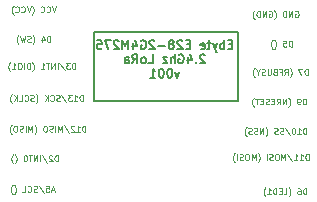
<source format=gbr>
%TF.GenerationSoftware,KiCad,Pcbnew,6.0.5-a6ca702e91~116~ubuntu20.04.1*%
%TF.CreationDate,2022-05-07T22:14:54-05:00*%
%TF.ProjectId,Ebyte_E28-2G4M27S_2_4GHz_LoRa_v001,45627974-655f-4453-9238-2d3247344d32,rev?*%
%TF.SameCoordinates,Original*%
%TF.FileFunction,Legend,Bot*%
%TF.FilePolarity,Positive*%
%FSLAX46Y46*%
G04 Gerber Fmt 4.6, Leading zero omitted, Abs format (unit mm)*
G04 Created by KiCad (PCBNEW 6.0.5-a6ca702e91~116~ubuntu20.04.1) date 2022-05-07 22:14:54*
%MOMM*%
%LPD*%
G01*
G04 APERTURE LIST*
%ADD10C,0.150000*%
%ADD11C,0.187500*%
%ADD12C,0.125000*%
G04 APERTURE END LIST*
D10*
X148200000Y-80300000D02*
X160400000Y-80300000D01*
X160400000Y-80300000D02*
X160400000Y-86100000D01*
X160400000Y-86100000D02*
X148200000Y-86100000D01*
X148200000Y-86100000D02*
X148200000Y-80300000D01*
D11*
X159914285Y-81338928D02*
X159664285Y-81338928D01*
X159557142Y-81731785D02*
X159914285Y-81731785D01*
X159914285Y-80981785D01*
X159557142Y-80981785D01*
X159235714Y-81731785D02*
X159235714Y-80981785D01*
X159235714Y-81267500D02*
X159164285Y-81231785D01*
X159021428Y-81231785D01*
X158950000Y-81267500D01*
X158914285Y-81303214D01*
X158878571Y-81374642D01*
X158878571Y-81588928D01*
X158914285Y-81660357D01*
X158950000Y-81696071D01*
X159021428Y-81731785D01*
X159164285Y-81731785D01*
X159235714Y-81696071D01*
X158628571Y-81231785D02*
X158450000Y-81731785D01*
X158271428Y-81231785D02*
X158450000Y-81731785D01*
X158521428Y-81910357D01*
X158557142Y-81946071D01*
X158628571Y-81981785D01*
X158092857Y-81231785D02*
X157807142Y-81231785D01*
X157985714Y-80981785D02*
X157985714Y-81624642D01*
X157950000Y-81696071D01*
X157878571Y-81731785D01*
X157807142Y-81731785D01*
X157271428Y-81696071D02*
X157342857Y-81731785D01*
X157485714Y-81731785D01*
X157557142Y-81696071D01*
X157592857Y-81624642D01*
X157592857Y-81338928D01*
X157557142Y-81267500D01*
X157485714Y-81231785D01*
X157342857Y-81231785D01*
X157271428Y-81267500D01*
X157235714Y-81338928D01*
X157235714Y-81410357D01*
X157592857Y-81481785D01*
X156342857Y-81338928D02*
X156092857Y-81338928D01*
X155985714Y-81731785D02*
X156342857Y-81731785D01*
X156342857Y-80981785D01*
X155985714Y-80981785D01*
X155700000Y-81053214D02*
X155664285Y-81017500D01*
X155592857Y-80981785D01*
X155414285Y-80981785D01*
X155342857Y-81017500D01*
X155307142Y-81053214D01*
X155271428Y-81124642D01*
X155271428Y-81196071D01*
X155307142Y-81303214D01*
X155735714Y-81731785D01*
X155271428Y-81731785D01*
X154842857Y-81303214D02*
X154914285Y-81267500D01*
X154950000Y-81231785D01*
X154985714Y-81160357D01*
X154985714Y-81124642D01*
X154950000Y-81053214D01*
X154914285Y-81017500D01*
X154842857Y-80981785D01*
X154700000Y-80981785D01*
X154628571Y-81017500D01*
X154592857Y-81053214D01*
X154557142Y-81124642D01*
X154557142Y-81160357D01*
X154592857Y-81231785D01*
X154628571Y-81267500D01*
X154700000Y-81303214D01*
X154842857Y-81303214D01*
X154914285Y-81338928D01*
X154950000Y-81374642D01*
X154985714Y-81446071D01*
X154985714Y-81588928D01*
X154950000Y-81660357D01*
X154914285Y-81696071D01*
X154842857Y-81731785D01*
X154700000Y-81731785D01*
X154628571Y-81696071D01*
X154592857Y-81660357D01*
X154557142Y-81588928D01*
X154557142Y-81446071D01*
X154592857Y-81374642D01*
X154628571Y-81338928D01*
X154700000Y-81303214D01*
X154235714Y-81446071D02*
X153664285Y-81446071D01*
X153342857Y-81053214D02*
X153307142Y-81017500D01*
X153235714Y-80981785D01*
X153057142Y-80981785D01*
X152985714Y-81017500D01*
X152950000Y-81053214D01*
X152914285Y-81124642D01*
X152914285Y-81196071D01*
X152950000Y-81303214D01*
X153378571Y-81731785D01*
X152914285Y-81731785D01*
X152200000Y-81017500D02*
X152271428Y-80981785D01*
X152378571Y-80981785D01*
X152485714Y-81017500D01*
X152557142Y-81088928D01*
X152592857Y-81160357D01*
X152628571Y-81303214D01*
X152628571Y-81410357D01*
X152592857Y-81553214D01*
X152557142Y-81624642D01*
X152485714Y-81696071D01*
X152378571Y-81731785D01*
X152307142Y-81731785D01*
X152200000Y-81696071D01*
X152164285Y-81660357D01*
X152164285Y-81410357D01*
X152307142Y-81410357D01*
X151521428Y-81231785D02*
X151521428Y-81731785D01*
X151700000Y-80946071D02*
X151878571Y-81481785D01*
X151414285Y-81481785D01*
X151128571Y-81731785D02*
X151128571Y-80981785D01*
X150878571Y-81517500D01*
X150628571Y-80981785D01*
X150628571Y-81731785D01*
X150307142Y-81053214D02*
X150271428Y-81017500D01*
X150200000Y-80981785D01*
X150021428Y-80981785D01*
X149950000Y-81017500D01*
X149914285Y-81053214D01*
X149878571Y-81124642D01*
X149878571Y-81196071D01*
X149914285Y-81303214D01*
X150342857Y-81731785D01*
X149878571Y-81731785D01*
X149628571Y-80981785D02*
X149128571Y-80981785D01*
X149450000Y-81731785D01*
X148485714Y-80981785D02*
X148842857Y-80981785D01*
X148878571Y-81338928D01*
X148842857Y-81303214D01*
X148771428Y-81267500D01*
X148592857Y-81267500D01*
X148521428Y-81303214D01*
X148485714Y-81338928D01*
X148450000Y-81410357D01*
X148450000Y-81588928D01*
X148485714Y-81660357D01*
X148521428Y-81696071D01*
X148592857Y-81731785D01*
X148771428Y-81731785D01*
X148842857Y-81696071D01*
X148878571Y-81660357D01*
X157610714Y-82260714D02*
X157575000Y-82225000D01*
X157503571Y-82189285D01*
X157325000Y-82189285D01*
X157253571Y-82225000D01*
X157217857Y-82260714D01*
X157182142Y-82332142D01*
X157182142Y-82403571D01*
X157217857Y-82510714D01*
X157646428Y-82939285D01*
X157182142Y-82939285D01*
X156860714Y-82867857D02*
X156825000Y-82903571D01*
X156860714Y-82939285D01*
X156896428Y-82903571D01*
X156860714Y-82867857D01*
X156860714Y-82939285D01*
X156182142Y-82439285D02*
X156182142Y-82939285D01*
X156360714Y-82153571D02*
X156539285Y-82689285D01*
X156075000Y-82689285D01*
X155396428Y-82225000D02*
X155467857Y-82189285D01*
X155575000Y-82189285D01*
X155682142Y-82225000D01*
X155753571Y-82296428D01*
X155789285Y-82367857D01*
X155825000Y-82510714D01*
X155825000Y-82617857D01*
X155789285Y-82760714D01*
X155753571Y-82832142D01*
X155682142Y-82903571D01*
X155575000Y-82939285D01*
X155503571Y-82939285D01*
X155396428Y-82903571D01*
X155360714Y-82867857D01*
X155360714Y-82617857D01*
X155503571Y-82617857D01*
X155039285Y-82939285D02*
X155039285Y-82189285D01*
X154717857Y-82939285D02*
X154717857Y-82546428D01*
X154753571Y-82475000D01*
X154825000Y-82439285D01*
X154932142Y-82439285D01*
X155003571Y-82475000D01*
X155039285Y-82510714D01*
X154432142Y-82439285D02*
X154039285Y-82439285D01*
X154432142Y-82939285D01*
X154039285Y-82939285D01*
X152825000Y-82939285D02*
X153182142Y-82939285D01*
X153182142Y-82189285D01*
X152467857Y-82939285D02*
X152539285Y-82903571D01*
X152575000Y-82867857D01*
X152610714Y-82796428D01*
X152610714Y-82582142D01*
X152575000Y-82510714D01*
X152539285Y-82475000D01*
X152467857Y-82439285D01*
X152360714Y-82439285D01*
X152289285Y-82475000D01*
X152253571Y-82510714D01*
X152217857Y-82582142D01*
X152217857Y-82796428D01*
X152253571Y-82867857D01*
X152289285Y-82903571D01*
X152360714Y-82939285D01*
X152467857Y-82939285D01*
X151467857Y-82939285D02*
X151717857Y-82582142D01*
X151896428Y-82939285D02*
X151896428Y-82189285D01*
X151610714Y-82189285D01*
X151539285Y-82225000D01*
X151503571Y-82260714D01*
X151467857Y-82332142D01*
X151467857Y-82439285D01*
X151503571Y-82510714D01*
X151539285Y-82546428D01*
X151610714Y-82582142D01*
X151896428Y-82582142D01*
X150825000Y-82939285D02*
X150825000Y-82546428D01*
X150860714Y-82475000D01*
X150932142Y-82439285D01*
X151075000Y-82439285D01*
X151146428Y-82475000D01*
X150825000Y-82903571D02*
X150896428Y-82939285D01*
X151075000Y-82939285D01*
X151146428Y-82903571D01*
X151182142Y-82832142D01*
X151182142Y-82760714D01*
X151146428Y-82689285D01*
X151075000Y-82653571D01*
X150896428Y-82653571D01*
X150825000Y-82617857D01*
X155450000Y-83646785D02*
X155271428Y-84146785D01*
X155092857Y-83646785D01*
X154664285Y-83396785D02*
X154592857Y-83396785D01*
X154521428Y-83432500D01*
X154485714Y-83468214D01*
X154450000Y-83539642D01*
X154414285Y-83682500D01*
X154414285Y-83861071D01*
X154450000Y-84003928D01*
X154485714Y-84075357D01*
X154521428Y-84111071D01*
X154592857Y-84146785D01*
X154664285Y-84146785D01*
X154735714Y-84111071D01*
X154771428Y-84075357D01*
X154807142Y-84003928D01*
X154842857Y-83861071D01*
X154842857Y-83682500D01*
X154807142Y-83539642D01*
X154771428Y-83468214D01*
X154735714Y-83432500D01*
X154664285Y-83396785D01*
X153950000Y-83396785D02*
X153878571Y-83396785D01*
X153807142Y-83432500D01*
X153771428Y-83468214D01*
X153735714Y-83539642D01*
X153700000Y-83682500D01*
X153700000Y-83861071D01*
X153735714Y-84003928D01*
X153771428Y-84075357D01*
X153807142Y-84111071D01*
X153878571Y-84146785D01*
X153950000Y-84146785D01*
X154021428Y-84111071D01*
X154057142Y-84075357D01*
X154092857Y-84003928D01*
X154128571Y-83861071D01*
X154128571Y-83682500D01*
X154092857Y-83539642D01*
X154057142Y-83468214D01*
X154021428Y-83432500D01*
X153950000Y-83396785D01*
X152985714Y-84146785D02*
X153414285Y-84146785D01*
X153200000Y-84146785D02*
X153200000Y-83396785D01*
X153271428Y-83503928D01*
X153342857Y-83575357D01*
X153414285Y-83611071D01*
D12*
X145004761Y-78126190D02*
X144838095Y-78626190D01*
X144671428Y-78126190D01*
X144219047Y-78578571D02*
X144242857Y-78602380D01*
X144314285Y-78626190D01*
X144361904Y-78626190D01*
X144433333Y-78602380D01*
X144480952Y-78554761D01*
X144504761Y-78507142D01*
X144528571Y-78411904D01*
X144528571Y-78340476D01*
X144504761Y-78245238D01*
X144480952Y-78197619D01*
X144433333Y-78150000D01*
X144361904Y-78126190D01*
X144314285Y-78126190D01*
X144242857Y-78150000D01*
X144219047Y-78173809D01*
X143719047Y-78578571D02*
X143742857Y-78602380D01*
X143814285Y-78626190D01*
X143861904Y-78626190D01*
X143933333Y-78602380D01*
X143980952Y-78554761D01*
X144004761Y-78507142D01*
X144028571Y-78411904D01*
X144028571Y-78340476D01*
X144004761Y-78245238D01*
X143980952Y-78197619D01*
X143933333Y-78150000D01*
X143861904Y-78126190D01*
X143814285Y-78126190D01*
X143742857Y-78150000D01*
X143719047Y-78173809D01*
X142980952Y-78816666D02*
X143004761Y-78792857D01*
X143052380Y-78721428D01*
X143076190Y-78673809D01*
X143100000Y-78602380D01*
X143123809Y-78483333D01*
X143123809Y-78388095D01*
X143100000Y-78269047D01*
X143076190Y-78197619D01*
X143052380Y-78150000D01*
X143004761Y-78078571D01*
X142980952Y-78054761D01*
X142861904Y-78126190D02*
X142695238Y-78626190D01*
X142528571Y-78126190D01*
X142076190Y-78578571D02*
X142100000Y-78602380D01*
X142171428Y-78626190D01*
X142219047Y-78626190D01*
X142290476Y-78602380D01*
X142338095Y-78554761D01*
X142361904Y-78507142D01*
X142385714Y-78411904D01*
X142385714Y-78340476D01*
X142361904Y-78245238D01*
X142338095Y-78197619D01*
X142290476Y-78150000D01*
X142219047Y-78126190D01*
X142171428Y-78126190D01*
X142100000Y-78150000D01*
X142076190Y-78173809D01*
X141576190Y-78578571D02*
X141600000Y-78602380D01*
X141671428Y-78626190D01*
X141719047Y-78626190D01*
X141790476Y-78602380D01*
X141838095Y-78554761D01*
X141861904Y-78507142D01*
X141885714Y-78411904D01*
X141885714Y-78340476D01*
X141861904Y-78245238D01*
X141838095Y-78197619D01*
X141790476Y-78150000D01*
X141719047Y-78126190D01*
X141671428Y-78126190D01*
X141600000Y-78150000D01*
X141576190Y-78173809D01*
X141409523Y-78816666D02*
X141385714Y-78792857D01*
X141338095Y-78721428D01*
X141314285Y-78673809D01*
X141290476Y-78602380D01*
X141266666Y-78483333D01*
X141266666Y-78388095D01*
X141290476Y-78269047D01*
X141314285Y-78197619D01*
X141338095Y-78150000D01*
X141385714Y-78078571D01*
X141409523Y-78054761D01*
X165266666Y-78550000D02*
X165314285Y-78526190D01*
X165385714Y-78526190D01*
X165457142Y-78550000D01*
X165504761Y-78597619D01*
X165528571Y-78645238D01*
X165552380Y-78740476D01*
X165552380Y-78811904D01*
X165528571Y-78907142D01*
X165504761Y-78954761D01*
X165457142Y-79002380D01*
X165385714Y-79026190D01*
X165338095Y-79026190D01*
X165266666Y-79002380D01*
X165242857Y-78978571D01*
X165242857Y-78811904D01*
X165338095Y-78811904D01*
X165028571Y-79026190D02*
X165028571Y-78526190D01*
X164742857Y-79026190D01*
X164742857Y-78526190D01*
X164504761Y-79026190D02*
X164504761Y-78526190D01*
X164385714Y-78526190D01*
X164314285Y-78550000D01*
X164266666Y-78597619D01*
X164242857Y-78645238D01*
X164219047Y-78740476D01*
X164219047Y-78811904D01*
X164242857Y-78907142D01*
X164266666Y-78954761D01*
X164314285Y-79002380D01*
X164385714Y-79026190D01*
X164504761Y-79026190D01*
X163480952Y-79216666D02*
X163504761Y-79192857D01*
X163552380Y-79121428D01*
X163576190Y-79073809D01*
X163600000Y-79002380D01*
X163623809Y-78883333D01*
X163623809Y-78788095D01*
X163600000Y-78669047D01*
X163576190Y-78597619D01*
X163552380Y-78550000D01*
X163504761Y-78478571D01*
X163480952Y-78454761D01*
X163028571Y-78550000D02*
X163076190Y-78526190D01*
X163147619Y-78526190D01*
X163219047Y-78550000D01*
X163266666Y-78597619D01*
X163290476Y-78645238D01*
X163314285Y-78740476D01*
X163314285Y-78811904D01*
X163290476Y-78907142D01*
X163266666Y-78954761D01*
X163219047Y-79002380D01*
X163147619Y-79026190D01*
X163100000Y-79026190D01*
X163028571Y-79002380D01*
X163004761Y-78978571D01*
X163004761Y-78811904D01*
X163100000Y-78811904D01*
X162790476Y-79026190D02*
X162790476Y-78526190D01*
X162504761Y-79026190D01*
X162504761Y-78526190D01*
X162266666Y-79026190D02*
X162266666Y-78526190D01*
X162147619Y-78526190D01*
X162076190Y-78550000D01*
X162028571Y-78597619D01*
X162004761Y-78645238D01*
X161980952Y-78740476D01*
X161980952Y-78811904D01*
X162004761Y-78907142D01*
X162028571Y-78954761D01*
X162076190Y-79002380D01*
X162147619Y-79026190D01*
X162266666Y-79026190D01*
X161814285Y-79216666D02*
X161790476Y-79192857D01*
X161742857Y-79121428D01*
X161719047Y-79073809D01*
X161695238Y-79002380D01*
X161671428Y-78883333D01*
X161671428Y-78788095D01*
X161695238Y-78669047D01*
X161719047Y-78597619D01*
X161742857Y-78550000D01*
X161790476Y-78478571D01*
X161814285Y-78454761D01*
X166207142Y-88926190D02*
X166207142Y-88426190D01*
X166088095Y-88426190D01*
X166016666Y-88450000D01*
X165969047Y-88497619D01*
X165945238Y-88545238D01*
X165921428Y-88640476D01*
X165921428Y-88711904D01*
X165945238Y-88807142D01*
X165969047Y-88854761D01*
X166016666Y-88902380D01*
X166088095Y-88926190D01*
X166207142Y-88926190D01*
X165445238Y-88926190D02*
X165730952Y-88926190D01*
X165588095Y-88926190D02*
X165588095Y-88426190D01*
X165635714Y-88497619D01*
X165683333Y-88545238D01*
X165730952Y-88569047D01*
X165135714Y-88426190D02*
X165088095Y-88426190D01*
X165040476Y-88450000D01*
X165016666Y-88473809D01*
X164992857Y-88521428D01*
X164969047Y-88616666D01*
X164969047Y-88735714D01*
X164992857Y-88830952D01*
X165016666Y-88878571D01*
X165040476Y-88902380D01*
X165088095Y-88926190D01*
X165135714Y-88926190D01*
X165183333Y-88902380D01*
X165207142Y-88878571D01*
X165230952Y-88830952D01*
X165254761Y-88735714D01*
X165254761Y-88616666D01*
X165230952Y-88521428D01*
X165207142Y-88473809D01*
X165183333Y-88450000D01*
X165135714Y-88426190D01*
X164397619Y-88402380D02*
X164826190Y-89045238D01*
X164254761Y-88902380D02*
X164183333Y-88926190D01*
X164064285Y-88926190D01*
X164016666Y-88902380D01*
X163992857Y-88878571D01*
X163969047Y-88830952D01*
X163969047Y-88783333D01*
X163992857Y-88735714D01*
X164016666Y-88711904D01*
X164064285Y-88688095D01*
X164159523Y-88664285D01*
X164207142Y-88640476D01*
X164230952Y-88616666D01*
X164254761Y-88569047D01*
X164254761Y-88521428D01*
X164230952Y-88473809D01*
X164207142Y-88450000D01*
X164159523Y-88426190D01*
X164040476Y-88426190D01*
X163969047Y-88450000D01*
X163778571Y-88902380D02*
X163707142Y-88926190D01*
X163588095Y-88926190D01*
X163540476Y-88902380D01*
X163516666Y-88878571D01*
X163492857Y-88830952D01*
X163492857Y-88783333D01*
X163516666Y-88735714D01*
X163540476Y-88711904D01*
X163588095Y-88688095D01*
X163683333Y-88664285D01*
X163730952Y-88640476D01*
X163754761Y-88616666D01*
X163778571Y-88569047D01*
X163778571Y-88521428D01*
X163754761Y-88473809D01*
X163730952Y-88450000D01*
X163683333Y-88426190D01*
X163564285Y-88426190D01*
X163492857Y-88450000D01*
X162754761Y-89116666D02*
X162778571Y-89092857D01*
X162826190Y-89021428D01*
X162850000Y-88973809D01*
X162873809Y-88902380D01*
X162897619Y-88783333D01*
X162897619Y-88688095D01*
X162873809Y-88569047D01*
X162850000Y-88497619D01*
X162826190Y-88450000D01*
X162778571Y-88378571D01*
X162754761Y-88354761D01*
X162564285Y-88926190D02*
X162564285Y-88426190D01*
X162278571Y-88926190D01*
X162278571Y-88426190D01*
X162064285Y-88902380D02*
X161992857Y-88926190D01*
X161873809Y-88926190D01*
X161826190Y-88902380D01*
X161802380Y-88878571D01*
X161778571Y-88830952D01*
X161778571Y-88783333D01*
X161802380Y-88735714D01*
X161826190Y-88711904D01*
X161873809Y-88688095D01*
X161969047Y-88664285D01*
X162016666Y-88640476D01*
X162040476Y-88616666D01*
X162064285Y-88569047D01*
X162064285Y-88521428D01*
X162040476Y-88473809D01*
X162016666Y-88450000D01*
X161969047Y-88426190D01*
X161850000Y-88426190D01*
X161778571Y-88450000D01*
X161588095Y-88902380D02*
X161516666Y-88926190D01*
X161397619Y-88926190D01*
X161350000Y-88902380D01*
X161326190Y-88878571D01*
X161302380Y-88830952D01*
X161302380Y-88783333D01*
X161326190Y-88735714D01*
X161350000Y-88711904D01*
X161397619Y-88688095D01*
X161492857Y-88664285D01*
X161540476Y-88640476D01*
X161564285Y-88616666D01*
X161588095Y-88569047D01*
X161588095Y-88521428D01*
X161564285Y-88473809D01*
X161540476Y-88450000D01*
X161492857Y-88426190D01*
X161373809Y-88426190D01*
X161302380Y-88450000D01*
X161135714Y-89116666D02*
X161111904Y-89092857D01*
X161064285Y-89021428D01*
X161040476Y-88973809D01*
X161016666Y-88902380D01*
X160992857Y-88783333D01*
X160992857Y-88688095D01*
X161016666Y-88569047D01*
X161040476Y-88497619D01*
X161064285Y-88450000D01*
X161111904Y-88378571D01*
X161135714Y-88354761D01*
X144833333Y-93683333D02*
X144595238Y-93683333D01*
X144880952Y-93826190D02*
X144714285Y-93326190D01*
X144547619Y-93826190D01*
X144142857Y-93326190D02*
X144380952Y-93326190D01*
X144404761Y-93564285D01*
X144380952Y-93540476D01*
X144333333Y-93516666D01*
X144214285Y-93516666D01*
X144166666Y-93540476D01*
X144142857Y-93564285D01*
X144119047Y-93611904D01*
X144119047Y-93730952D01*
X144142857Y-93778571D01*
X144166666Y-93802380D01*
X144214285Y-93826190D01*
X144333333Y-93826190D01*
X144380952Y-93802380D01*
X144404761Y-93778571D01*
X143547619Y-93302380D02*
X143976190Y-93945238D01*
X143404761Y-93802380D02*
X143333333Y-93826190D01*
X143214285Y-93826190D01*
X143166666Y-93802380D01*
X143142857Y-93778571D01*
X143119047Y-93730952D01*
X143119047Y-93683333D01*
X143142857Y-93635714D01*
X143166666Y-93611904D01*
X143214285Y-93588095D01*
X143309523Y-93564285D01*
X143357142Y-93540476D01*
X143380952Y-93516666D01*
X143404761Y-93469047D01*
X143404761Y-93421428D01*
X143380952Y-93373809D01*
X143357142Y-93350000D01*
X143309523Y-93326190D01*
X143190476Y-93326190D01*
X143119047Y-93350000D01*
X142619047Y-93778571D02*
X142642857Y-93802380D01*
X142714285Y-93826190D01*
X142761904Y-93826190D01*
X142833333Y-93802380D01*
X142880952Y-93754761D01*
X142904761Y-93707142D01*
X142928571Y-93611904D01*
X142928571Y-93540476D01*
X142904761Y-93445238D01*
X142880952Y-93397619D01*
X142833333Y-93350000D01*
X142761904Y-93326190D01*
X142714285Y-93326190D01*
X142642857Y-93350000D01*
X142619047Y-93373809D01*
X142166666Y-93826190D02*
X142404761Y-93826190D01*
X142404761Y-93326190D01*
X141476190Y-94016666D02*
X141500000Y-93992857D01*
X141547619Y-93921428D01*
X141571428Y-93873809D01*
X141595238Y-93802380D01*
X141619047Y-93683333D01*
X141619047Y-93588095D01*
X141595238Y-93469047D01*
X141571428Y-93397619D01*
X141547619Y-93350000D01*
X141500000Y-93278571D01*
X141476190Y-93254761D01*
X141333333Y-94016666D02*
X141309523Y-93992857D01*
X141261904Y-93921428D01*
X141238095Y-93873809D01*
X141214285Y-93802380D01*
X141190476Y-93683333D01*
X141190476Y-93588095D01*
X141214285Y-93469047D01*
X141238095Y-93397619D01*
X141261904Y-93350000D01*
X141309523Y-93278571D01*
X141333333Y-93254761D01*
X147502380Y-88726190D02*
X147502380Y-88226190D01*
X147383333Y-88226190D01*
X147311904Y-88250000D01*
X147264285Y-88297619D01*
X147240476Y-88345238D01*
X147216666Y-88440476D01*
X147216666Y-88511904D01*
X147240476Y-88607142D01*
X147264285Y-88654761D01*
X147311904Y-88702380D01*
X147383333Y-88726190D01*
X147502380Y-88726190D01*
X146740476Y-88726190D02*
X147026190Y-88726190D01*
X146883333Y-88726190D02*
X146883333Y-88226190D01*
X146930952Y-88297619D01*
X146978571Y-88345238D01*
X147026190Y-88369047D01*
X146550000Y-88273809D02*
X146526190Y-88250000D01*
X146478571Y-88226190D01*
X146359523Y-88226190D01*
X146311904Y-88250000D01*
X146288095Y-88273809D01*
X146264285Y-88321428D01*
X146264285Y-88369047D01*
X146288095Y-88440476D01*
X146573809Y-88726190D01*
X146264285Y-88726190D01*
X145692857Y-88202380D02*
X146121428Y-88845238D01*
X145526190Y-88726190D02*
X145526190Y-88226190D01*
X145359523Y-88583333D01*
X145192857Y-88226190D01*
X145192857Y-88726190D01*
X144954761Y-88726190D02*
X144954761Y-88226190D01*
X144740476Y-88702380D02*
X144669047Y-88726190D01*
X144550000Y-88726190D01*
X144502380Y-88702380D01*
X144478571Y-88678571D01*
X144454761Y-88630952D01*
X144454761Y-88583333D01*
X144478571Y-88535714D01*
X144502380Y-88511904D01*
X144550000Y-88488095D01*
X144645238Y-88464285D01*
X144692857Y-88440476D01*
X144716666Y-88416666D01*
X144740476Y-88369047D01*
X144740476Y-88321428D01*
X144716666Y-88273809D01*
X144692857Y-88250000D01*
X144645238Y-88226190D01*
X144526190Y-88226190D01*
X144454761Y-88250000D01*
X144145238Y-88226190D02*
X144050000Y-88226190D01*
X144002380Y-88250000D01*
X143954761Y-88297619D01*
X143930952Y-88392857D01*
X143930952Y-88559523D01*
X143954761Y-88654761D01*
X144002380Y-88702380D01*
X144050000Y-88726190D01*
X144145238Y-88726190D01*
X144192857Y-88702380D01*
X144240476Y-88654761D01*
X144264285Y-88559523D01*
X144264285Y-88392857D01*
X144240476Y-88297619D01*
X144192857Y-88250000D01*
X144145238Y-88226190D01*
X143192857Y-88916666D02*
X143216666Y-88892857D01*
X143264285Y-88821428D01*
X143288095Y-88773809D01*
X143311904Y-88702380D01*
X143335714Y-88583333D01*
X143335714Y-88488095D01*
X143311904Y-88369047D01*
X143288095Y-88297619D01*
X143264285Y-88250000D01*
X143216666Y-88178571D01*
X143192857Y-88154761D01*
X143002380Y-88726190D02*
X143002380Y-88226190D01*
X142835714Y-88583333D01*
X142669047Y-88226190D01*
X142669047Y-88726190D01*
X142430952Y-88726190D02*
X142430952Y-88226190D01*
X142216666Y-88702380D02*
X142145238Y-88726190D01*
X142026190Y-88726190D01*
X141978571Y-88702380D01*
X141954761Y-88678571D01*
X141930952Y-88630952D01*
X141930952Y-88583333D01*
X141954761Y-88535714D01*
X141978571Y-88511904D01*
X142026190Y-88488095D01*
X142121428Y-88464285D01*
X142169047Y-88440476D01*
X142192857Y-88416666D01*
X142216666Y-88369047D01*
X142216666Y-88321428D01*
X142192857Y-88273809D01*
X142169047Y-88250000D01*
X142121428Y-88226190D01*
X142002380Y-88226190D01*
X141930952Y-88250000D01*
X141621428Y-88226190D02*
X141526190Y-88226190D01*
X141478571Y-88250000D01*
X141430952Y-88297619D01*
X141407142Y-88392857D01*
X141407142Y-88559523D01*
X141430952Y-88654761D01*
X141478571Y-88702380D01*
X141526190Y-88726190D01*
X141621428Y-88726190D01*
X141669047Y-88702380D01*
X141716666Y-88654761D01*
X141740476Y-88559523D01*
X141740476Y-88392857D01*
X141716666Y-88297619D01*
X141669047Y-88250000D01*
X141621428Y-88226190D01*
X141240476Y-88916666D02*
X141216666Y-88892857D01*
X141169047Y-88821428D01*
X141145238Y-88773809D01*
X141121428Y-88702380D01*
X141097619Y-88583333D01*
X141097619Y-88488095D01*
X141121428Y-88369047D01*
X141145238Y-88297619D01*
X141169047Y-88250000D01*
X141216666Y-88178571D01*
X141240476Y-88154761D01*
X146633333Y-83426190D02*
X146633333Y-82926190D01*
X146514285Y-82926190D01*
X146442857Y-82950000D01*
X146395238Y-82997619D01*
X146371428Y-83045238D01*
X146347619Y-83140476D01*
X146347619Y-83211904D01*
X146371428Y-83307142D01*
X146395238Y-83354761D01*
X146442857Y-83402380D01*
X146514285Y-83426190D01*
X146633333Y-83426190D01*
X146180952Y-82926190D02*
X145871428Y-82926190D01*
X146038095Y-83116666D01*
X145966666Y-83116666D01*
X145919047Y-83140476D01*
X145895238Y-83164285D01*
X145871428Y-83211904D01*
X145871428Y-83330952D01*
X145895238Y-83378571D01*
X145919047Y-83402380D01*
X145966666Y-83426190D01*
X146109523Y-83426190D01*
X146157142Y-83402380D01*
X146180952Y-83378571D01*
X145300000Y-82902380D02*
X145728571Y-83545238D01*
X145133333Y-83426190D02*
X145133333Y-82926190D01*
X144895238Y-83426190D02*
X144895238Y-82926190D01*
X144609523Y-83426190D01*
X144609523Y-82926190D01*
X144442857Y-82926190D02*
X144157142Y-82926190D01*
X144300000Y-83426190D02*
X144300000Y-82926190D01*
X143728571Y-83426190D02*
X144014285Y-83426190D01*
X143871428Y-83426190D02*
X143871428Y-82926190D01*
X143919047Y-82997619D01*
X143966666Y-83045238D01*
X144014285Y-83069047D01*
X142990476Y-83616666D02*
X143014285Y-83592857D01*
X143061904Y-83521428D01*
X143085714Y-83473809D01*
X143109523Y-83402380D01*
X143133333Y-83283333D01*
X143133333Y-83188095D01*
X143109523Y-83069047D01*
X143085714Y-82997619D01*
X143061904Y-82950000D01*
X143014285Y-82878571D01*
X142990476Y-82854761D01*
X142800000Y-83426190D02*
X142800000Y-82926190D01*
X142680952Y-82926190D01*
X142609523Y-82950000D01*
X142561904Y-82997619D01*
X142538095Y-83045238D01*
X142514285Y-83140476D01*
X142514285Y-83211904D01*
X142538095Y-83307142D01*
X142561904Y-83354761D01*
X142609523Y-83402380D01*
X142680952Y-83426190D01*
X142800000Y-83426190D01*
X142300000Y-83426190D02*
X142300000Y-82926190D01*
X141966666Y-82926190D02*
X141871428Y-82926190D01*
X141823809Y-82950000D01*
X141776190Y-82997619D01*
X141752380Y-83092857D01*
X141752380Y-83259523D01*
X141776190Y-83354761D01*
X141823809Y-83402380D01*
X141871428Y-83426190D01*
X141966666Y-83426190D01*
X142014285Y-83402380D01*
X142061904Y-83354761D01*
X142085714Y-83259523D01*
X142085714Y-83092857D01*
X142061904Y-82997619D01*
X142014285Y-82950000D01*
X141966666Y-82926190D01*
X141276190Y-83426190D02*
X141561904Y-83426190D01*
X141419047Y-83426190D02*
X141419047Y-82926190D01*
X141466666Y-82997619D01*
X141514285Y-83045238D01*
X141561904Y-83069047D01*
X141109523Y-83616666D02*
X141085714Y-83592857D01*
X141038095Y-83521428D01*
X141014285Y-83473809D01*
X140990476Y-83402380D01*
X140966666Y-83283333D01*
X140966666Y-83188095D01*
X140990476Y-83069047D01*
X141014285Y-82997619D01*
X141038095Y-82950000D01*
X141085714Y-82878571D01*
X141109523Y-82854761D01*
X166209523Y-94026190D02*
X166209523Y-93526190D01*
X166090476Y-93526190D01*
X166019047Y-93550000D01*
X165971428Y-93597619D01*
X165947619Y-93645238D01*
X165923809Y-93740476D01*
X165923809Y-93811904D01*
X165947619Y-93907142D01*
X165971428Y-93954761D01*
X166019047Y-94002380D01*
X166090476Y-94026190D01*
X166209523Y-94026190D01*
X165495238Y-93526190D02*
X165590476Y-93526190D01*
X165638095Y-93550000D01*
X165661904Y-93573809D01*
X165709523Y-93645238D01*
X165733333Y-93740476D01*
X165733333Y-93930952D01*
X165709523Y-93978571D01*
X165685714Y-94002380D01*
X165638095Y-94026190D01*
X165542857Y-94026190D01*
X165495238Y-94002380D01*
X165471428Y-93978571D01*
X165447619Y-93930952D01*
X165447619Y-93811904D01*
X165471428Y-93764285D01*
X165495238Y-93740476D01*
X165542857Y-93716666D01*
X165638095Y-93716666D01*
X165685714Y-93740476D01*
X165709523Y-93764285D01*
X165733333Y-93811904D01*
X164709523Y-94216666D02*
X164733333Y-94192857D01*
X164780952Y-94121428D01*
X164804761Y-94073809D01*
X164828571Y-94002380D01*
X164852380Y-93883333D01*
X164852380Y-93788095D01*
X164828571Y-93669047D01*
X164804761Y-93597619D01*
X164780952Y-93550000D01*
X164733333Y-93478571D01*
X164709523Y-93454761D01*
X164280952Y-94026190D02*
X164519047Y-94026190D01*
X164519047Y-93526190D01*
X164114285Y-93764285D02*
X163947619Y-93764285D01*
X163876190Y-94026190D02*
X164114285Y-94026190D01*
X164114285Y-93526190D01*
X163876190Y-93526190D01*
X163661904Y-94026190D02*
X163661904Y-93526190D01*
X163542857Y-93526190D01*
X163471428Y-93550000D01*
X163423809Y-93597619D01*
X163400000Y-93645238D01*
X163376190Y-93740476D01*
X163376190Y-93811904D01*
X163400000Y-93907142D01*
X163423809Y-93954761D01*
X163471428Y-94002380D01*
X163542857Y-94026190D01*
X163661904Y-94026190D01*
X162900000Y-94026190D02*
X163185714Y-94026190D01*
X163042857Y-94026190D02*
X163042857Y-93526190D01*
X163090476Y-93597619D01*
X163138095Y-93645238D01*
X163185714Y-93669047D01*
X162733333Y-94216666D02*
X162709523Y-94192857D01*
X162661904Y-94121428D01*
X162638095Y-94073809D01*
X162614285Y-94002380D01*
X162590476Y-93883333D01*
X162590476Y-93788095D01*
X162614285Y-93669047D01*
X162638095Y-93597619D01*
X162661904Y-93550000D01*
X162709523Y-93478571D01*
X162733333Y-93454761D01*
X144516666Y-81126190D02*
X144516666Y-80626190D01*
X144397619Y-80626190D01*
X144326190Y-80650000D01*
X144278571Y-80697619D01*
X144254761Y-80745238D01*
X144230952Y-80840476D01*
X144230952Y-80911904D01*
X144254761Y-81007142D01*
X144278571Y-81054761D01*
X144326190Y-81102380D01*
X144397619Y-81126190D01*
X144516666Y-81126190D01*
X143802380Y-80792857D02*
X143802380Y-81126190D01*
X143921428Y-80602380D02*
X144040476Y-80959523D01*
X143730952Y-80959523D01*
X143016666Y-81316666D02*
X143040476Y-81292857D01*
X143088095Y-81221428D01*
X143111904Y-81173809D01*
X143135714Y-81102380D01*
X143159523Y-80983333D01*
X143159523Y-80888095D01*
X143135714Y-80769047D01*
X143111904Y-80697619D01*
X143088095Y-80650000D01*
X143040476Y-80578571D01*
X143016666Y-80554761D01*
X142850000Y-81102380D02*
X142778571Y-81126190D01*
X142659523Y-81126190D01*
X142611904Y-81102380D01*
X142588095Y-81078571D01*
X142564285Y-81030952D01*
X142564285Y-80983333D01*
X142588095Y-80935714D01*
X142611904Y-80911904D01*
X142659523Y-80888095D01*
X142754761Y-80864285D01*
X142802380Y-80840476D01*
X142826190Y-80816666D01*
X142850000Y-80769047D01*
X142850000Y-80721428D01*
X142826190Y-80673809D01*
X142802380Y-80650000D01*
X142754761Y-80626190D01*
X142635714Y-80626190D01*
X142564285Y-80650000D01*
X142397619Y-80626190D02*
X142278571Y-81126190D01*
X142183333Y-80769047D01*
X142088095Y-81126190D01*
X141969047Y-80626190D01*
X141826190Y-81316666D02*
X141802380Y-81292857D01*
X141754761Y-81221428D01*
X141730952Y-81173809D01*
X141707142Y-81102380D01*
X141683333Y-80983333D01*
X141683333Y-80888095D01*
X141707142Y-80769047D01*
X141730952Y-80697619D01*
X141754761Y-80650000D01*
X141802380Y-80578571D01*
X141826190Y-80554761D01*
X147271428Y-86126190D02*
X147271428Y-85626190D01*
X147152380Y-85626190D01*
X147080952Y-85650000D01*
X147033333Y-85697619D01*
X147009523Y-85745238D01*
X146985714Y-85840476D01*
X146985714Y-85911904D01*
X147009523Y-86007142D01*
X147033333Y-86054761D01*
X147080952Y-86102380D01*
X147152380Y-86126190D01*
X147271428Y-86126190D01*
X146509523Y-86126190D02*
X146795238Y-86126190D01*
X146652380Y-86126190D02*
X146652380Y-85626190D01*
X146700000Y-85697619D01*
X146747619Y-85745238D01*
X146795238Y-85769047D01*
X146342857Y-85626190D02*
X146033333Y-85626190D01*
X146200000Y-85816666D01*
X146128571Y-85816666D01*
X146080952Y-85840476D01*
X146057142Y-85864285D01*
X146033333Y-85911904D01*
X146033333Y-86030952D01*
X146057142Y-86078571D01*
X146080952Y-86102380D01*
X146128571Y-86126190D01*
X146271428Y-86126190D01*
X146319047Y-86102380D01*
X146342857Y-86078571D01*
X145461904Y-85602380D02*
X145890476Y-86245238D01*
X145319047Y-86102380D02*
X145247619Y-86126190D01*
X145128571Y-86126190D01*
X145080952Y-86102380D01*
X145057142Y-86078571D01*
X145033333Y-86030952D01*
X145033333Y-85983333D01*
X145057142Y-85935714D01*
X145080952Y-85911904D01*
X145128571Y-85888095D01*
X145223809Y-85864285D01*
X145271428Y-85840476D01*
X145295238Y-85816666D01*
X145319047Y-85769047D01*
X145319047Y-85721428D01*
X145295238Y-85673809D01*
X145271428Y-85650000D01*
X145223809Y-85626190D01*
X145104761Y-85626190D01*
X145033333Y-85650000D01*
X144533333Y-86078571D02*
X144557142Y-86102380D01*
X144628571Y-86126190D01*
X144676190Y-86126190D01*
X144747619Y-86102380D01*
X144795238Y-86054761D01*
X144819047Y-86007142D01*
X144842857Y-85911904D01*
X144842857Y-85840476D01*
X144819047Y-85745238D01*
X144795238Y-85697619D01*
X144747619Y-85650000D01*
X144676190Y-85626190D01*
X144628571Y-85626190D01*
X144557142Y-85650000D01*
X144533333Y-85673809D01*
X144319047Y-86126190D02*
X144319047Y-85626190D01*
X144033333Y-86126190D02*
X144247619Y-85840476D01*
X144033333Y-85626190D02*
X144319047Y-85911904D01*
X143295238Y-86316666D02*
X143319047Y-86292857D01*
X143366666Y-86221428D01*
X143390476Y-86173809D01*
X143414285Y-86102380D01*
X143438095Y-85983333D01*
X143438095Y-85888095D01*
X143414285Y-85769047D01*
X143390476Y-85697619D01*
X143366666Y-85650000D01*
X143319047Y-85578571D01*
X143295238Y-85554761D01*
X143128571Y-86102380D02*
X143057142Y-86126190D01*
X142938095Y-86126190D01*
X142890476Y-86102380D01*
X142866666Y-86078571D01*
X142842857Y-86030952D01*
X142842857Y-85983333D01*
X142866666Y-85935714D01*
X142890476Y-85911904D01*
X142938095Y-85888095D01*
X143033333Y-85864285D01*
X143080952Y-85840476D01*
X143104761Y-85816666D01*
X143128571Y-85769047D01*
X143128571Y-85721428D01*
X143104761Y-85673809D01*
X143080952Y-85650000D01*
X143033333Y-85626190D01*
X142914285Y-85626190D01*
X142842857Y-85650000D01*
X142342857Y-86078571D02*
X142366666Y-86102380D01*
X142438095Y-86126190D01*
X142485714Y-86126190D01*
X142557142Y-86102380D01*
X142604761Y-86054761D01*
X142628571Y-86007142D01*
X142652380Y-85911904D01*
X142652380Y-85840476D01*
X142628571Y-85745238D01*
X142604761Y-85697619D01*
X142557142Y-85650000D01*
X142485714Y-85626190D01*
X142438095Y-85626190D01*
X142366666Y-85650000D01*
X142342857Y-85673809D01*
X141890476Y-86126190D02*
X142128571Y-86126190D01*
X142128571Y-85626190D01*
X141723809Y-86126190D02*
X141723809Y-85626190D01*
X141438095Y-86126190D02*
X141652380Y-85840476D01*
X141438095Y-85626190D02*
X141723809Y-85911904D01*
X141271428Y-86316666D02*
X141247619Y-86292857D01*
X141200000Y-86221428D01*
X141176190Y-86173809D01*
X141152380Y-86102380D01*
X141128571Y-85983333D01*
X141128571Y-85888095D01*
X141152380Y-85769047D01*
X141176190Y-85697619D01*
X141200000Y-85650000D01*
X141247619Y-85578571D01*
X141271428Y-85554761D01*
X166402380Y-91126190D02*
X166402380Y-90626190D01*
X166283333Y-90626190D01*
X166211904Y-90650000D01*
X166164285Y-90697619D01*
X166140476Y-90745238D01*
X166116666Y-90840476D01*
X166116666Y-90911904D01*
X166140476Y-91007142D01*
X166164285Y-91054761D01*
X166211904Y-91102380D01*
X166283333Y-91126190D01*
X166402380Y-91126190D01*
X165640476Y-91126190D02*
X165926190Y-91126190D01*
X165783333Y-91126190D02*
X165783333Y-90626190D01*
X165830952Y-90697619D01*
X165878571Y-90745238D01*
X165926190Y-90769047D01*
X165164285Y-91126190D02*
X165450000Y-91126190D01*
X165307142Y-91126190D02*
X165307142Y-90626190D01*
X165354761Y-90697619D01*
X165402380Y-90745238D01*
X165450000Y-90769047D01*
X164592857Y-90602380D02*
X165021428Y-91245238D01*
X164426190Y-91126190D02*
X164426190Y-90626190D01*
X164259523Y-90983333D01*
X164092857Y-90626190D01*
X164092857Y-91126190D01*
X163759523Y-90626190D02*
X163664285Y-90626190D01*
X163616666Y-90650000D01*
X163569047Y-90697619D01*
X163545238Y-90792857D01*
X163545238Y-90959523D01*
X163569047Y-91054761D01*
X163616666Y-91102380D01*
X163664285Y-91126190D01*
X163759523Y-91126190D01*
X163807142Y-91102380D01*
X163854761Y-91054761D01*
X163878571Y-90959523D01*
X163878571Y-90792857D01*
X163854761Y-90697619D01*
X163807142Y-90650000D01*
X163759523Y-90626190D01*
X163354761Y-91102380D02*
X163283333Y-91126190D01*
X163164285Y-91126190D01*
X163116666Y-91102380D01*
X163092857Y-91078571D01*
X163069047Y-91030952D01*
X163069047Y-90983333D01*
X163092857Y-90935714D01*
X163116666Y-90911904D01*
X163164285Y-90888095D01*
X163259523Y-90864285D01*
X163307142Y-90840476D01*
X163330952Y-90816666D01*
X163354761Y-90769047D01*
X163354761Y-90721428D01*
X163330952Y-90673809D01*
X163307142Y-90650000D01*
X163259523Y-90626190D01*
X163140476Y-90626190D01*
X163069047Y-90650000D01*
X162854761Y-91126190D02*
X162854761Y-90626190D01*
X162092857Y-91316666D02*
X162116666Y-91292857D01*
X162164285Y-91221428D01*
X162188095Y-91173809D01*
X162211904Y-91102380D01*
X162235714Y-90983333D01*
X162235714Y-90888095D01*
X162211904Y-90769047D01*
X162188095Y-90697619D01*
X162164285Y-90650000D01*
X162116666Y-90578571D01*
X162092857Y-90554761D01*
X161902380Y-91126190D02*
X161902380Y-90626190D01*
X161735714Y-90983333D01*
X161569047Y-90626190D01*
X161569047Y-91126190D01*
X161235714Y-90626190D02*
X161140476Y-90626190D01*
X161092857Y-90650000D01*
X161045238Y-90697619D01*
X161021428Y-90792857D01*
X161021428Y-90959523D01*
X161045238Y-91054761D01*
X161092857Y-91102380D01*
X161140476Y-91126190D01*
X161235714Y-91126190D01*
X161283333Y-91102380D01*
X161330952Y-91054761D01*
X161354761Y-90959523D01*
X161354761Y-90792857D01*
X161330952Y-90697619D01*
X161283333Y-90650000D01*
X161235714Y-90626190D01*
X160830952Y-91102380D02*
X160759523Y-91126190D01*
X160640476Y-91126190D01*
X160592857Y-91102380D01*
X160569047Y-91078571D01*
X160545238Y-91030952D01*
X160545238Y-90983333D01*
X160569047Y-90935714D01*
X160592857Y-90911904D01*
X160640476Y-90888095D01*
X160735714Y-90864285D01*
X160783333Y-90840476D01*
X160807142Y-90816666D01*
X160830952Y-90769047D01*
X160830952Y-90721428D01*
X160807142Y-90673809D01*
X160783333Y-90650000D01*
X160735714Y-90626190D01*
X160616666Y-90626190D01*
X160545238Y-90650000D01*
X160330952Y-91126190D02*
X160330952Y-90626190D01*
X160140476Y-91316666D02*
X160116666Y-91292857D01*
X160069047Y-91221428D01*
X160045238Y-91173809D01*
X160021428Y-91102380D01*
X159997619Y-90983333D01*
X159997619Y-90888095D01*
X160021428Y-90769047D01*
X160045238Y-90697619D01*
X160069047Y-90650000D01*
X160116666Y-90578571D01*
X160140476Y-90554761D01*
X166185714Y-86426190D02*
X166185714Y-85926190D01*
X166066666Y-85926190D01*
X165995238Y-85950000D01*
X165947619Y-85997619D01*
X165923809Y-86045238D01*
X165900000Y-86140476D01*
X165900000Y-86211904D01*
X165923809Y-86307142D01*
X165947619Y-86354761D01*
X165995238Y-86402380D01*
X166066666Y-86426190D01*
X166185714Y-86426190D01*
X165661904Y-86426190D02*
X165566666Y-86426190D01*
X165519047Y-86402380D01*
X165495238Y-86378571D01*
X165447619Y-86307142D01*
X165423809Y-86211904D01*
X165423809Y-86021428D01*
X165447619Y-85973809D01*
X165471428Y-85950000D01*
X165519047Y-85926190D01*
X165614285Y-85926190D01*
X165661904Y-85950000D01*
X165685714Y-85973809D01*
X165709523Y-86021428D01*
X165709523Y-86140476D01*
X165685714Y-86188095D01*
X165661904Y-86211904D01*
X165614285Y-86235714D01*
X165519047Y-86235714D01*
X165471428Y-86211904D01*
X165447619Y-86188095D01*
X165423809Y-86140476D01*
X164685714Y-86616666D02*
X164709523Y-86592857D01*
X164757142Y-86521428D01*
X164780952Y-86473809D01*
X164804761Y-86402380D01*
X164828571Y-86283333D01*
X164828571Y-86188095D01*
X164804761Y-86069047D01*
X164780952Y-85997619D01*
X164757142Y-85950000D01*
X164709523Y-85878571D01*
X164685714Y-85854761D01*
X164495238Y-86426190D02*
X164495238Y-85926190D01*
X164209523Y-86426190D01*
X164209523Y-85926190D01*
X163685714Y-86426190D02*
X163852380Y-86188095D01*
X163971428Y-86426190D02*
X163971428Y-85926190D01*
X163780952Y-85926190D01*
X163733333Y-85950000D01*
X163709523Y-85973809D01*
X163685714Y-86021428D01*
X163685714Y-86092857D01*
X163709523Y-86140476D01*
X163733333Y-86164285D01*
X163780952Y-86188095D01*
X163971428Y-86188095D01*
X163471428Y-86164285D02*
X163304761Y-86164285D01*
X163233333Y-86426190D02*
X163471428Y-86426190D01*
X163471428Y-85926190D01*
X163233333Y-85926190D01*
X163042857Y-86402380D02*
X162971428Y-86426190D01*
X162852380Y-86426190D01*
X162804761Y-86402380D01*
X162780952Y-86378571D01*
X162757142Y-86330952D01*
X162757142Y-86283333D01*
X162780952Y-86235714D01*
X162804761Y-86211904D01*
X162852380Y-86188095D01*
X162947619Y-86164285D01*
X162995238Y-86140476D01*
X163019047Y-86116666D01*
X163042857Y-86069047D01*
X163042857Y-86021428D01*
X163019047Y-85973809D01*
X162995238Y-85950000D01*
X162947619Y-85926190D01*
X162828571Y-85926190D01*
X162757142Y-85950000D01*
X162542857Y-86164285D02*
X162376190Y-86164285D01*
X162304761Y-86426190D02*
X162542857Y-86426190D01*
X162542857Y-85926190D01*
X162304761Y-85926190D01*
X162161904Y-85926190D02*
X161876190Y-85926190D01*
X162019047Y-86426190D02*
X162019047Y-85926190D01*
X161757142Y-86616666D02*
X161733333Y-86592857D01*
X161685714Y-86521428D01*
X161661904Y-86473809D01*
X161638095Y-86402380D01*
X161614285Y-86283333D01*
X161614285Y-86188095D01*
X161638095Y-86069047D01*
X161661904Y-85997619D01*
X161685714Y-85950000D01*
X161733333Y-85878571D01*
X161757142Y-85854761D01*
X145164285Y-91226190D02*
X145164285Y-90726190D01*
X145045238Y-90726190D01*
X144973809Y-90750000D01*
X144926190Y-90797619D01*
X144902380Y-90845238D01*
X144878571Y-90940476D01*
X144878571Y-91011904D01*
X144902380Y-91107142D01*
X144926190Y-91154761D01*
X144973809Y-91202380D01*
X145045238Y-91226190D01*
X145164285Y-91226190D01*
X144688095Y-90773809D02*
X144664285Y-90750000D01*
X144616666Y-90726190D01*
X144497619Y-90726190D01*
X144450000Y-90750000D01*
X144426190Y-90773809D01*
X144402380Y-90821428D01*
X144402380Y-90869047D01*
X144426190Y-90940476D01*
X144711904Y-91226190D01*
X144402380Y-91226190D01*
X143830952Y-90702380D02*
X144259523Y-91345238D01*
X143664285Y-91226190D02*
X143664285Y-90726190D01*
X143426190Y-91226190D02*
X143426190Y-90726190D01*
X143140476Y-91226190D01*
X143140476Y-90726190D01*
X142973809Y-90726190D02*
X142688095Y-90726190D01*
X142830952Y-91226190D02*
X142830952Y-90726190D01*
X142426190Y-90726190D02*
X142378571Y-90726190D01*
X142330952Y-90750000D01*
X142307142Y-90773809D01*
X142283333Y-90821428D01*
X142259523Y-90916666D01*
X142259523Y-91035714D01*
X142283333Y-91130952D01*
X142307142Y-91178571D01*
X142330952Y-91202380D01*
X142378571Y-91226190D01*
X142426190Y-91226190D01*
X142473809Y-91202380D01*
X142497619Y-91178571D01*
X142521428Y-91130952D01*
X142545238Y-91035714D01*
X142545238Y-90916666D01*
X142521428Y-90821428D01*
X142497619Y-90773809D01*
X142473809Y-90750000D01*
X142426190Y-90726190D01*
X141521428Y-91416666D02*
X141545238Y-91392857D01*
X141592857Y-91321428D01*
X141616666Y-91273809D01*
X141640476Y-91202380D01*
X141664285Y-91083333D01*
X141664285Y-90988095D01*
X141640476Y-90869047D01*
X141616666Y-90797619D01*
X141592857Y-90750000D01*
X141545238Y-90678571D01*
X141521428Y-90654761D01*
X141378571Y-91416666D02*
X141354761Y-91392857D01*
X141307142Y-91321428D01*
X141283333Y-91273809D01*
X141259523Y-91202380D01*
X141235714Y-91083333D01*
X141235714Y-90988095D01*
X141259523Y-90869047D01*
X141283333Y-90797619D01*
X141307142Y-90750000D01*
X141354761Y-90678571D01*
X141378571Y-90654761D01*
X164992857Y-81526190D02*
X164992857Y-81026190D01*
X164873809Y-81026190D01*
X164802380Y-81050000D01*
X164754761Y-81097619D01*
X164730952Y-81145238D01*
X164707142Y-81240476D01*
X164707142Y-81311904D01*
X164730952Y-81407142D01*
X164754761Y-81454761D01*
X164802380Y-81502380D01*
X164873809Y-81526190D01*
X164992857Y-81526190D01*
X164254761Y-81026190D02*
X164492857Y-81026190D01*
X164516666Y-81264285D01*
X164492857Y-81240476D01*
X164445238Y-81216666D01*
X164326190Y-81216666D01*
X164278571Y-81240476D01*
X164254761Y-81264285D01*
X164230952Y-81311904D01*
X164230952Y-81430952D01*
X164254761Y-81478571D01*
X164278571Y-81502380D01*
X164326190Y-81526190D01*
X164445238Y-81526190D01*
X164492857Y-81502380D01*
X164516666Y-81478571D01*
X163492857Y-81716666D02*
X163516666Y-81692857D01*
X163564285Y-81621428D01*
X163588095Y-81573809D01*
X163611904Y-81502380D01*
X163635714Y-81383333D01*
X163635714Y-81288095D01*
X163611904Y-81169047D01*
X163588095Y-81097619D01*
X163564285Y-81050000D01*
X163516666Y-80978571D01*
X163492857Y-80954761D01*
X163350000Y-81716666D02*
X163326190Y-81692857D01*
X163278571Y-81621428D01*
X163254761Y-81573809D01*
X163230952Y-81502380D01*
X163207142Y-81383333D01*
X163207142Y-81288095D01*
X163230952Y-81169047D01*
X163254761Y-81097619D01*
X163278571Y-81050000D01*
X163326190Y-80978571D01*
X163350000Y-80954761D01*
X166321428Y-83926190D02*
X166321428Y-83426190D01*
X166202380Y-83426190D01*
X166130952Y-83450000D01*
X166083333Y-83497619D01*
X166059523Y-83545238D01*
X166035714Y-83640476D01*
X166035714Y-83711904D01*
X166059523Y-83807142D01*
X166083333Y-83854761D01*
X166130952Y-83902380D01*
X166202380Y-83926190D01*
X166321428Y-83926190D01*
X165869047Y-83426190D02*
X165535714Y-83426190D01*
X165750000Y-83926190D01*
X164821428Y-84116666D02*
X164845238Y-84092857D01*
X164892857Y-84021428D01*
X164916666Y-83973809D01*
X164940476Y-83902380D01*
X164964285Y-83783333D01*
X164964285Y-83688095D01*
X164940476Y-83569047D01*
X164916666Y-83497619D01*
X164892857Y-83450000D01*
X164845238Y-83378571D01*
X164821428Y-83354761D01*
X164345238Y-83926190D02*
X164511904Y-83688095D01*
X164630952Y-83926190D02*
X164630952Y-83426190D01*
X164440476Y-83426190D01*
X164392857Y-83450000D01*
X164369047Y-83473809D01*
X164345238Y-83521428D01*
X164345238Y-83592857D01*
X164369047Y-83640476D01*
X164392857Y-83664285D01*
X164440476Y-83688095D01*
X164630952Y-83688095D01*
X163964285Y-83664285D02*
X164130952Y-83664285D01*
X164130952Y-83926190D02*
X164130952Y-83426190D01*
X163892857Y-83426190D01*
X163535714Y-83664285D02*
X163464285Y-83688095D01*
X163440476Y-83711904D01*
X163416666Y-83759523D01*
X163416666Y-83830952D01*
X163440476Y-83878571D01*
X163464285Y-83902380D01*
X163511904Y-83926190D01*
X163702380Y-83926190D01*
X163702380Y-83426190D01*
X163535714Y-83426190D01*
X163488095Y-83450000D01*
X163464285Y-83473809D01*
X163440476Y-83521428D01*
X163440476Y-83569047D01*
X163464285Y-83616666D01*
X163488095Y-83640476D01*
X163535714Y-83664285D01*
X163702380Y-83664285D01*
X163202380Y-83426190D02*
X163202380Y-83830952D01*
X163178571Y-83878571D01*
X163154761Y-83902380D01*
X163107142Y-83926190D01*
X163011904Y-83926190D01*
X162964285Y-83902380D01*
X162940476Y-83878571D01*
X162916666Y-83830952D01*
X162916666Y-83426190D01*
X162702380Y-83902380D02*
X162630952Y-83926190D01*
X162511904Y-83926190D01*
X162464285Y-83902380D01*
X162440476Y-83878571D01*
X162416666Y-83830952D01*
X162416666Y-83783333D01*
X162440476Y-83735714D01*
X162464285Y-83711904D01*
X162511904Y-83688095D01*
X162607142Y-83664285D01*
X162654761Y-83640476D01*
X162678571Y-83616666D01*
X162702380Y-83569047D01*
X162702380Y-83521428D01*
X162678571Y-83473809D01*
X162654761Y-83450000D01*
X162607142Y-83426190D01*
X162488095Y-83426190D01*
X162416666Y-83450000D01*
X162107142Y-83688095D02*
X162107142Y-83926190D01*
X162273809Y-83426190D02*
X162107142Y-83688095D01*
X161940476Y-83426190D01*
X161821428Y-84116666D02*
X161797619Y-84092857D01*
X161750000Y-84021428D01*
X161726190Y-83973809D01*
X161702380Y-83902380D01*
X161678571Y-83783333D01*
X161678571Y-83688095D01*
X161702380Y-83569047D01*
X161726190Y-83497619D01*
X161750000Y-83450000D01*
X161797619Y-83378571D01*
X161821428Y-83354761D01*
M02*

</source>
